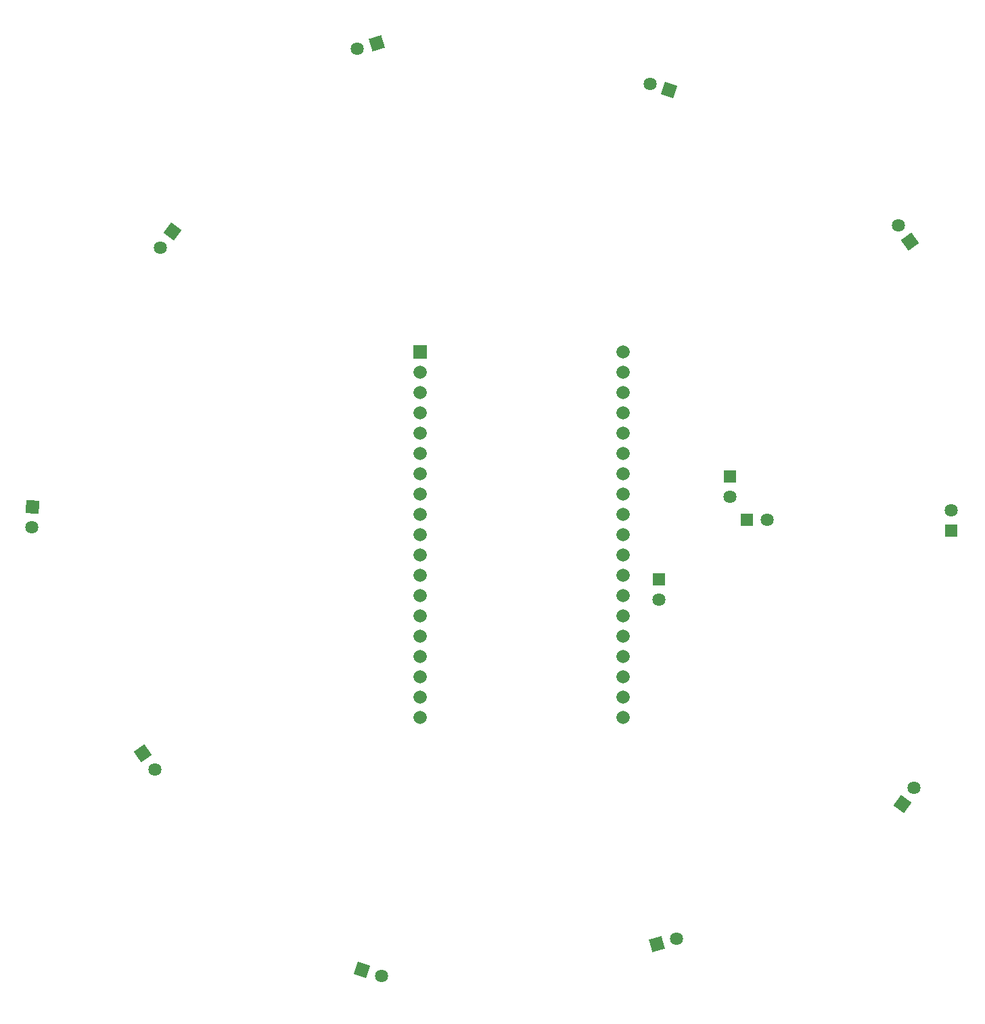
<source format=gbs>
G04*
G04 #@! TF.GenerationSoftware,Altium Limited,Altium Designer,23.3.1 (30)*
G04*
G04 Layer_Color=16711935*
%FSLAX44Y44*%
%MOMM*%
G71*
G04*
G04 #@! TF.SameCoordinates,DEB4E624-6092-4267-9E12-8A2B7123D7A8*
G04*
G04*
G04 #@! TF.FilePolarity,Negative*
G04*
G01*
G75*
%ADD44C,1.6300*%
%ADD45R,1.6300X1.6300*%
%ADD46R,1.6300X1.6300*%
%ADD47P,2.3052X4X350.0*%
%ADD48P,2.3052X4X387.0*%
%ADD49P,2.3052X4X61.0*%
%ADD50P,2.3052X4X99.0*%
%ADD51P,2.3052X4X171.0*%
%ADD52P,2.3052X4X242.0*%
%ADD53P,2.3052X4X278.0*%
%ADD54C,0.1000*%
%ADD55P,2.3052X4X312.0*%
%ADD56C,1.6600*%
%ADD57R,1.6600X1.6600*%
D44*
X697000Y454300D02*
D03*
X608000Y325500D02*
D03*
X743700Y425000D02*
D03*
X-22716Y112597D02*
D03*
X261046Y-145357D02*
D03*
X630208Y-98499D02*
D03*
X927665Y90225D02*
D03*
X907728Y793464D02*
D03*
X596922Y970925D02*
D03*
X230855Y1014287D02*
D03*
X-15643Y765857D02*
D03*
X974315Y436950D02*
D03*
X-176754Y415860D02*
D03*
D45*
X697000Y479700D02*
D03*
X608000Y350900D02*
D03*
X974315Y411550D02*
D03*
D46*
X718300Y425000D02*
D03*
D47*
X-37284Y133403D02*
D03*
D48*
X236889Y-137507D02*
D03*
X621078Y963075D02*
D03*
D49*
X605792Y-105501D02*
D03*
D50*
X912735Y69675D02*
D03*
D51*
X922658Y772915D02*
D03*
D52*
X255145Y1021713D02*
D03*
D53*
X-357Y786143D02*
D03*
D54*
X847765Y885250D02*
D03*
X985741Y691754D02*
D03*
X986789Y175683D02*
D03*
X847347Y-14235D02*
D03*
X356514Y-174503D02*
D03*
X132727Y-100442D02*
D03*
X-171285Y317110D02*
D03*
X-170044Y552951D02*
D03*
X131860Y972714D02*
D03*
X356522Y1044261D02*
D03*
D55*
X-175425Y441225D02*
D03*
D56*
X563250Y178150D02*
D03*
Y203550D02*
D03*
Y228950D02*
D03*
Y254350D02*
D03*
Y279750D02*
D03*
Y305150D02*
D03*
Y330550D02*
D03*
Y355950D02*
D03*
Y381350D02*
D03*
Y406750D02*
D03*
Y432150D02*
D03*
Y457550D02*
D03*
Y482950D02*
D03*
Y508350D02*
D03*
Y533750D02*
D03*
Y559150D02*
D03*
Y584550D02*
D03*
Y609950D02*
D03*
Y635350D02*
D03*
X309250Y203550D02*
D03*
Y228950D02*
D03*
Y254350D02*
D03*
Y279750D02*
D03*
Y305150D02*
D03*
Y330550D02*
D03*
Y355950D02*
D03*
Y381350D02*
D03*
Y406750D02*
D03*
Y432150D02*
D03*
Y457550D02*
D03*
Y482950D02*
D03*
Y508350D02*
D03*
Y533750D02*
D03*
Y559150D02*
D03*
Y584550D02*
D03*
Y178150D02*
D03*
Y609950D02*
D03*
D57*
Y635350D02*
D03*
M02*

</source>
